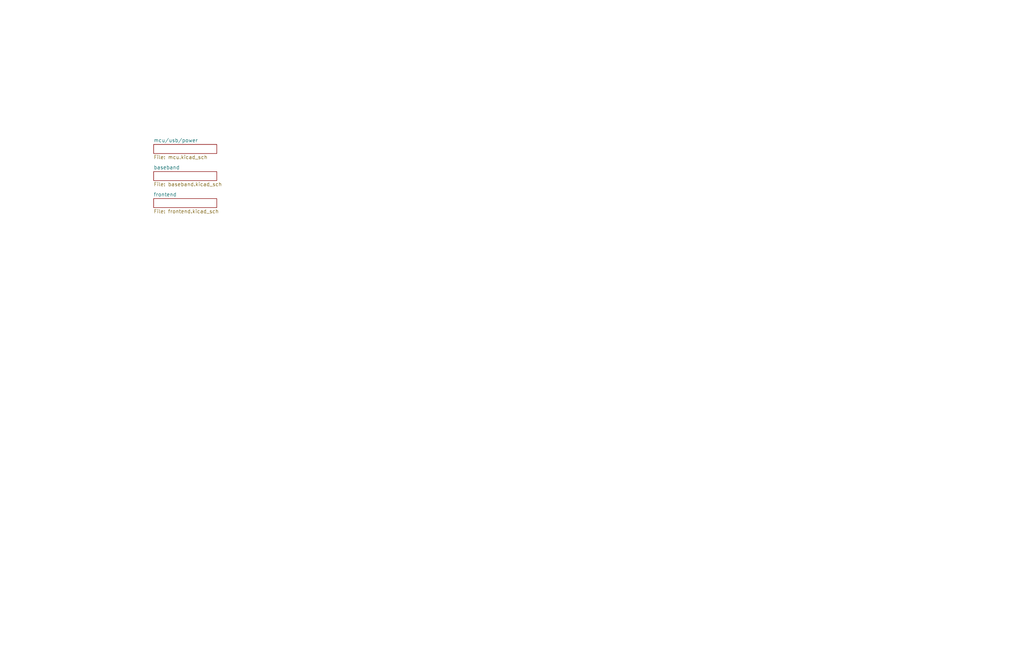
<source format=kicad_sch>
(kicad_sch
	(version 20231120)
	(generator "eeschema")
	(generator_version "8.0")
	(uuid "00e5afbc-cf8c-40e8-b378-e4fd9cf88403")
	(paper "User" 431.8 279.4)
	(title_block
		(title "HackRF One")
		(date "2020-09-06")
		(company "Copyright 2012-2018 Michael Ossmann")
		(comment 1 "License: GPL v2")
	)
	(lib_symbols)
	(sheet
		(at 64.77 60.96)
		(size 26.67 3.81)
		(fields_autoplaced yes)
		(stroke
			(width 0)
			(type solid)
		)
		(fill
			(color 0 0 0 0.0000)
		)
		(uuid "00000000-0000-0000-0000-00005037043e")
		(property "Sheetname" "mcu/usb/power"
			(at 64.77 60.1214 0)
			(effects
				(font
					(size 1.524 1.524)
				)
				(justify left bottom)
			)
		)
		(property "Sheetfile" "mcu.kicad_sch"
			(at 64.77 65.4562 0)
			(effects
				(font
					(size 1.524 1.524)
				)
				(justify left top)
			)
		)
		(instances
			(project "hackrf-one"
				(path "/00e5afbc-cf8c-40e8-b378-e4fd9cf88403"
					(page "2")
				)
			)
		)
	)
	(sheet
		(at 64.77 72.39)
		(size 26.67 3.81)
		(fields_autoplaced yes)
		(stroke
			(width 0)
			(type solid)
		)
		(fill
			(color 0 0 0 0.0000)
		)
		(uuid "00000000-0000-0000-0000-000050370666")
		(property "Sheetname" "baseband"
			(at 64.77 71.5514 0)
			(effects
				(font
					(size 1.524 1.524)
				)
				(justify left bottom)
			)
		)
		(property "Sheetfile" "baseband.kicad_sch"
			(at 64.77 76.8862 0)
			(effects
				(font
					(size 1.524 1.524)
				)
				(justify left top)
			)
		)
		(instances
			(project "hackrf-one"
				(path "/00e5afbc-cf8c-40e8-b378-e4fd9cf88403"
					(page "3")
				)
			)
		)
	)
	(sheet
		(at 64.77 83.82)
		(size 26.67 3.81)
		(fields_autoplaced yes)
		(stroke
			(width 0)
			(type solid)
		)
		(fill
			(color 0 0 0 0.0000)
		)
		(uuid "00000000-0000-0000-0000-0000503bb638")
		(property "Sheetname" "frontend"
			(at 64.77 82.9814 0)
			(effects
				(font
					(size 1.524 1.524)
				)
				(justify left bottom)
			)
		)
		(property "Sheetfile" "frontend.kicad_sch"
			(at 64.77 88.3162 0)
			(effects
				(font
					(size 1.524 1.524)
				)
				(justify left top)
			)
		)
		(instances
			(project "hackrf-one"
				(path "/00e5afbc-cf8c-40e8-b378-e4fd9cf88403"
					(page "4")
				)
			)
		)
	)
	(sheet_instances
		(path "/"
			(page "1")
		)
	)
)

</source>
